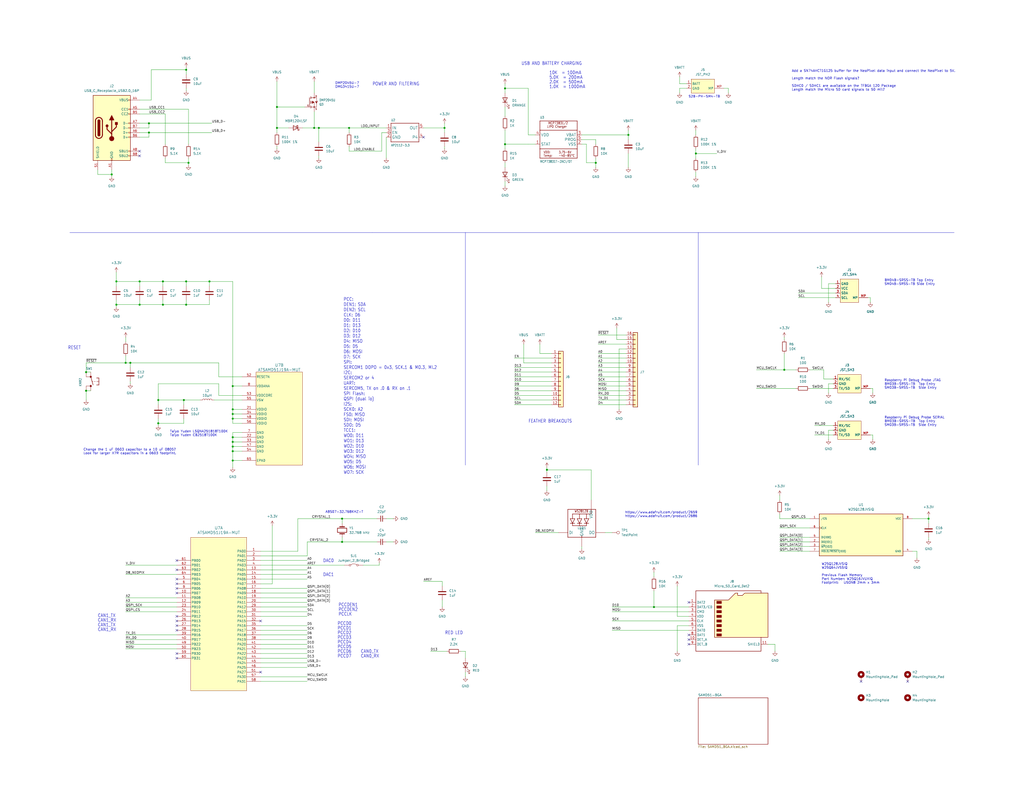
<source format=kicad_sch>
(kicad_sch (version 20250114) (generator "eeschema") (generator_version "9.0")
  (paper "C")
  (text "Raspberry Pi Debug Probe JTAG\nBM03B-SRSS-TB  Top Entry\nSM03B-SRSS-TB  Side Entry" (at 482.6 207.01 0) (effects (font (size 1.27 1.27)) (justify left top)))
  (text "PCC:\nDEN1: SDA\nDEN2: SCL\nCLK: D6\nD0: D11\nD1: D13\nD2: D10\nD3: D12\nD4: MISO\nD5: D5\nD6: MOSI\nD7: SCK\nSPI:\nSERCOM1 DOPO = 0x3, SCK.1 & MO.3, MI.2\nI2C:\nSERCOM2 or 4\nUART:\nSERCOM5, TX on .0 & RX on .1\nSPI Flash:\nQSPI (dual io)\nI2S:\nSCK0: A2\nFS0: MISO\nSDI: MOSI\nSDO: D5\nTCC1:\nWO0: D11\nWO1: D13\nWO2: D10\nWO3: D12\nWO4: MISO\nWO5: D5\nWO6: MOSI\nWO7: SCK" (at 187.452 259.08 0) (effects (font (size 1.778 1.5113)) (justify left bottom)))
  (text "S2B-PH-SM4-TB" (at 375.666 52.07 0) (effects (font (size 1.27 1.27)) (justify left top)))
  (text "CAN0_TX" (at 196.85 356.87 0) (effects (font (size 1.778 1.5113)) (justify left bottom)))
  (text "PCCD2" (at 184.15 346.71 0) (effects (font (size 1.778 1.5113)) (justify left bottom)))
  (text "PCCD6" (at 184.15 356.87 0) (effects (font (size 1.778 1.5113)) (justify left bottom)))
  (text "Taiyo Yuden LSQNA251818T100K\nTaiyo Yuden CB2518T100K" (at 92.71 234.95 0) (effects (font (size 1.27 1.27)) (justify left top)))
  (text "ABS07-32.768KHZ-T" (at 177.546 278.892 0) (effects (font (size 1.27 1.27)) (justify left top)))
  (text "PCCDEN2" (at 184.658 334.01 0) (effects (font (size 1.778 1.5113)) (justify left bottom)))
  (text "PCCD1" (at 184.15 344.17 0) (effects (font (size 1.778 1.5113)) (justify left bottom)))
  (text "PCCLK" (at 184.658 336.55 0) (effects (font (size 1.778 1.5113)) (justify left bottom)))
  (text "W25Q128JVSIQ\nW25Q64JVSSIQ\n\nPrevious Flash Memory\nPart Number: W25Q16JVUXIQ\nFootprint:   USON8 2mm x 3mm\n" (at 448.31 307.34 0) (effects (font (size 1.27 1.27)) (justify left top)))
  (text "1.0K  = 1000mA" (at 299.72 48.514 0) (effects (font (size 1.778 1.5113)) (justify left bottom)))
  (text "USB AND BATTERY CHARGING" (at 284.48 35.814 0) (effects (font (size 1.778 1.5113)) (justify left bottom)))
  (text "CAN1_TX" (at 53.34 337.312 0) (effects (font (size 1.778 1.5113)) (justify left bottom)))
  (text "Raspberry Pi Debug Probe SERIAL\nBM03B-SRSS-TB  Top Entry\nSM03B-SRSS-TB  Side Entry" (at 482.6 227.33 0) (effects (font (size 1.27 1.27)) (justify left top)))
  (text "PCCD7" (at 184.15 359.41 0) (effects (font (size 1.778 1.5113)) (justify left bottom)))
  (text "5.0K  = 200mA" (at 299.72 43.434 0) (effects (font (size 1.778 1.5113)) (justify left bottom)))
  (text "Add a SN74AHCT1G125 buffer for the NeoPixel data input and connect the NeoPixel to 5V.\n\nLength match the NOR Flash signals?\n\nSDHC0 / SDHC1 are available on the TFBGA 120 Package\nLength match the Micro SD card signals to 50 mil?" (at 432.054 38.1 0) (effects (font (size 1.27 1.27)) (justify left top)))
  (text "PCCDEN1" (at 184.658 331.47 0) (effects (font (size 1.778 1.5113)) (justify left bottom)))
  (text "DMP2045U-7\nDMG3415U-7" (at 182.88 44.704 0) (effects (font (size 1.27 1.27)) (justify left top)))
  (text "10K  = 100mA" (at 299.72 40.894 0) (effects (font (size 1.778 1.5113)) (justify left bottom)))
  (text "2.0K  = 500mA" (at 299.72 45.974 0) (effects (font (size 1.778 1.5113)) (justify left bottom)))
  (text "RED LED" (at 242.824 346.71 0) (effects (font (size 1.778 1.5113)) (justify left bottom)))
  (text "PCCD0" (at 184.15 341.63 0) (effects (font (size 1.778 1.5113)) (justify left bottom)))
  (text "CAN1_RX" (at 53.34 339.852 0) (effects (font (size 1.778 1.5113)) (justify left bottom)))
  (text "https://www.adafruit.com/product/2659\nhttps://www.adafruit.com/product/2686" (at 341.122 279.146 0) (effects (font (size 1.27 1.27)) (justify left top)))
  (text "CAN0_RX" (at 196.85 359.41 0) (effects (font (size 1.778 1.5113)) (justify left bottom)))
  (text "FEATHER BREAKOUTS" (at 288.29 231.14 0) (effects (font (size 1.778 1.5113)) (justify left bottom)))
  (text "Change the 1 uF 0603 capacitor to a 10 uF 0805?\nLook for larger X7R capacitors in a 0603 footprint. " (at 45.466 244.856 0) (effects (font (size 1.27 1.27)) (justify left top)))
  (text "DAC1" (at 176.276 314.96 0) (effects (font (size 1.778 1.5113)) (justify left bottom)))
  (text "CAN1_TX" (at 53.34 342.392 0) (effects (font (size 1.778 1.5113)) (justify left bottom)))
  (text "PCCD4" (at 184.15 351.79 0) (effects (font (size 1.778 1.5113)) (justify left bottom)))
  (text "RESET" (at 37.084 191.008 0) (effects (font (size 1.778 1.5113)) (justify left bottom)))
  (text "BM04B-SRSS-TB Top Entry\nSM04B-SRSS-TB Side Entry" (at 482.6 152.4 0) (effects (font (size 1.27 1.27)) (justify left top)))
  (text "CAN1_RX" (at 53.34 344.932 0) (effects (font (size 1.778 1.5113)) (justify left bottom)))
  (text "PCCD3" (at 184.15 349.25 0) (effects (font (size 1.778 1.5113)) (justify left bottom)))
  (text "DAC0" (at 176.276 307.34 0) (effects (font (size 1.778 1.5113)) (justify left bottom)))
  (text "PCCD5" (at 184.15 354.33 0) (effects (font (size 1.778 1.5113)) (justify left bottom)))
  (text "POWER AND FILTERING" (at 203.2 46.99 0) (effects (font (size 1.778 1.5113)) (justify left bottom)))
  (junction (at 186.69 295.91))
  (junction (at 88.9 166.37))
  (junction (at 76.2 166.37))
  (junction (at 171.45 69.85))
  (junction (at 127 210.82))
  (junction (at 101.6 166.37))
  (junction (at 427.99 201.93))
  (junction (at 60.96 95.25))
  (junction (at 173.99 69.85))
  (junction (at 127 246.38))
  (junction (at 275.59 78.74))
  (junction (at 114.3 153.67))
  (junction (at 46.99 213.36))
  (junction (at 101.6 153.67))
  (junction (at 379.73 83.82))
  (junction (at 342.9 73.66))
  (junction (at 101.6 38.1))
  (junction (at 127 223.52))
  (junction (at 81.28 67.31))
  (junction (at 325.12 88.9))
  (junction (at 127 238.76))
  (junction (at 100.33 218.44))
  (junction (at 151.13 58.42))
  (junction (at 127 251.46))
  (junction (at 127 241.3))
  (junction (at 46.99 203.2))
  (junction (at 127 243.84))
  (junction (at 151.13 69.85))
  (junction (at 356.87 331.47))
  (junction (at 242.57 69.85))
  (junction (at 88.9 153.67))
  (junction (at 63.5 153.67))
  (junction (at 190.5 69.85))
  (junction (at 81.28 72.39))
  (junction (at 127 226.06))
  (junction (at 275.59 48.26))
  (junction (at 86.36 218.44))
  (junction (at 186.69 283.21))
  (junction (at 298.45 256.54))
  (junction (at 86.36 231.14))
  (junction (at 506.73 283.21))
  (junction (at 76.2 153.67))
  (junction (at 63.5 166.37))
  (junction (at 71.12 198.12))
  (junction (at 102.87 88.9))
  (junction (at 127 228.6))
  (junction (at 68.58 198.12))
  (no_connect (at 375.92 349.25))
  (no_connect (at 76.2 82.55))
  (no_connect (at 96.52 359.41))
  (no_connect (at 96.52 321.31))
  (no_connect (at 375.92 346.71))
  (no_connect (at 96.52 341.63))
  (no_connect (at 375.92 351.79))
  (no_connect (at 375.92 328.93))
  (no_connect (at 96.52 339.09))
  (no_connect (at 469.9 372.11))
  (no_connect (at 76.2 85.09))
  (no_connect (at 96.52 311.15))
  (no_connect (at 96.52 323.85))
  (no_connect (at 142.24 367.03))
  (no_connect (at 96.52 344.17))
  (no_connect (at 96.52 306.07))
  (no_connect (at 231.14 74.93))
  (no_connect (at 495.3 372.11))
  (no_connect (at 96.52 316.23))
  (no_connect (at 96.52 356.87))
  (no_connect (at 142.24 339.09))
  (no_connect (at 96.52 318.77))
  (no_connect (at 96.52 336.55))
  (wire (pts (xy 100.33 218.44) (xy 100.33 220.98)) (stroke (width 0.1524)))
  (wire (pts (xy 198.12 308.61) (xy 207.01 308.61)))
  (wire (pts (xy 127 226.06) (xy 127 228.6)))
  (wire (pts (xy 241.3 327.66) (xy 241.3 331.47)) (stroke (width 0.1524)))
  (wire (pts (xy 190.5 82.55) (xy 193.04 82.55)))
  (wire (pts (xy 114.3 163.83) (xy 114.3 166.37)))
  (wire (pts (xy 452.12 234.95) (xy 452.12 240.03)))
  (wire (pts (xy 76.2 153.67) (xy 76.2 156.21)))
  (polyline (pts (xy 254 254) (xy 254 127)) (stroke (width 0.1524) (type solid)))
  (wire (pts (xy 88.9 166.37) (xy 88.9 163.83)) (stroke (width 0.1524)))
  (wire (pts (xy 231.14 69.85) (xy 242.57 69.85)) (stroke (width 0.1524)))
  (wire (pts (xy 441.96 201.93) (xy 449.58 201.93)))
  (wire (pts (xy 76.2 163.83) (xy 76.2 166.37)))
  (wire (pts (xy 326.39 213.36) (xy 341.63 213.36)) (stroke (width 0.1524)))
  (wire (pts (xy 162.56 283.21) (xy 186.69 283.21)))
  (wire (pts (xy 341.63 203.2) (xy 326.39 203.2)) (stroke (width 0.1524)))
  (wire (pts (xy 101.6 36.83) (xy 101.6 38.1)))
  (wire (pts (xy 68.58 308.61) (xy 96.52 308.61)) (stroke (width 0.1524)))
  (wire (pts (xy 326.39 218.44) (xy 341.63 218.44)) (stroke (width 0.1524)))
  (wire (pts (xy 441.96 212.09) (xy 454.66 212.09)))
  (wire (pts (xy 397.51 50.8) (xy 397.51 48.26)))
  (wire (pts (xy 190.5 69.85) (xy 210.82 69.85)) (stroke (width 0.1524)))
  (wire (pts (xy 300.99 200.66) (xy 280.67 200.66)) (stroke (width 0.1524)))
  (wire (pts (xy 63.5 153.67) (xy 63.5 148.59)) (stroke (width 0.1524)))
  (wire (pts (xy 336.55 185.42) (xy 341.63 185.42)) (stroke (width 0.1524)))
  (wire (pts (xy 68.58 351.79) (xy 96.52 351.79)) (stroke (width 0.1524)))
  (wire (pts (xy 374.65 45.72) (xy 370.84 45.72)))
  (wire (pts (xy 127 226.06) (xy 132.08 226.06)))
  (wire (pts (xy 506.73 293.37) (xy 506.73 294.64)))
  (wire (pts (xy 427.99 184.15) (xy 427.99 185.42)))
  (wire (pts (xy 119.38 209.55) (xy 86.36 209.55)))
  (wire (pts (xy 142.24 318.77) (xy 148.59 318.77)))
  (wire (pts (xy 242.57 69.85) (xy 242.57 72.39)) (stroke (width 0.1524)))
  (wire (pts (xy 370.84 45.72) (xy 370.84 41.91)))
  (wire (pts (xy 341.63 208.28) (xy 326.39 208.28)) (stroke (width 0.1524)))
  (wire (pts (xy 127 223.52) (xy 127 226.06)))
  (wire (pts (xy 88.9 153.67) (xy 101.6 153.67)) (stroke (width 0.1524)))
  (wire (pts (xy 294.64 187.96) (xy 294.64 193.04)) (stroke (width 0.1524)))
  (wire (pts (xy 425.45 293.37) (xy 441.96 293.37)))
  (wire (pts (xy 294.64 193.04) (xy 300.99 193.04)) (stroke (width 0.1524)))
  (wire (pts (xy 68.58 349.25) (xy 96.52 349.25)) (stroke (width 0.1524)))
  (wire (pts (xy 300.99 198.12) (xy 285.75 198.12)) (stroke (width 0.1524)))
  (wire (pts (xy 342.9 83.82) (xy 342.9 91.44)) (stroke (width 0.1524)))
  (wire (pts (xy 356.87 331.47) (xy 375.92 331.47)))
  (wire (pts (xy 300.99 215.9) (xy 280.67 215.9)) (stroke (width 0.1524)))
  (wire (pts (xy 142.24 336.55) (xy 167.64 336.55)) (stroke (width 0.1524)))
  (wire (pts (xy 86.36 218.44) (xy 100.33 218.44)) (stroke (width 0.1524)))
  (wire (pts (xy 474.98 212.09) (xy 476.25 212.09)))
  (wire (pts (xy 151.13 72.39) (xy 151.13 69.85)) (stroke (width 0.1524)))
  (wire (pts (xy 60.96 92.71) (xy 60.96 95.25)))
  (wire (pts (xy 254 367.03) (xy 254 369.57)) (stroke (width 0.1524)))
  (wire (pts (xy 325.12 88.9) (xy 325.12 91.44)))
  (wire (pts (xy 379.73 83.82) (xy 391.16 83.82)) (stroke (width 0.1524)))
  (wire (pts (xy 242.57 80.01) (xy 242.57 81.28)) (stroke (width 0.1524)))
  (wire (pts (xy 288.29 48.26) (xy 288.29 73.66)) (stroke (width 0.1524)))
  (wire (pts (xy 210.82 295.91) (xy 214.63 295.91)))
  (wire (pts (xy 157.48 69.85) (xy 151.13 69.85)) (stroke (width 0.1524)))
  (wire (pts (xy 419.1 351.79) (xy 422.91 351.79)))
  (wire (pts (xy 425.45 288.29) (xy 441.96 288.29)))
  (wire (pts (xy 208.28 72.39) (xy 210.82 72.39)) (stroke (width 0.1524)))
  (wire (pts (xy 300.99 210.82) (xy 280.67 210.82)) (stroke (width 0.1524)))
  (wire (pts (xy 425.45 283.21) (xy 441.96 283.21)))
  (wire (pts (xy 452.12 154.94) (xy 455.93 154.94)))
  (wire (pts (xy 127 210.82) (xy 127 223.52)))
  (wire (pts (xy 63.5 166.37) (xy 76.2 166.37)) (stroke (width 0.1524)))
  (wire (pts (xy 369.57 320.04) (xy 369.57 336.55)))
  (wire (pts (xy 448.31 157.48) (xy 455.93 157.48)))
  (wire (pts (xy 334.01 344.17) (xy 375.92 344.17)))
  (wire (pts (xy 68.58 331.47) (xy 96.52 331.47)) (stroke (width 0.1524)))
  (wire (pts (xy 342.9 76.2) (xy 342.9 73.66)) (stroke (width 0.1524)))
  (wire (pts (xy 142.24 344.17) (xy 167.64 344.17)) (stroke (width 0.1524)))
  (wire (pts (xy 151.13 58.42) (xy 166.37 58.42)))
  (wire (pts (xy 127 223.52) (xy 132.08 223.52)))
  (wire (pts (xy 369.57 341.63) (xy 375.92 341.63)))
  (wire (pts (xy 142.24 321.31) (xy 167.64 321.31)) (stroke (width 0.1524)))
  (wire (pts (xy 427.99 193.04) (xy 427.99 201.93)) (stroke (width 0.1524)))
  (wire (pts (xy 142.24 303.53) (xy 167.64 303.53)))
  (wire (pts (xy 326.39 205.74) (xy 341.63 205.74)) (stroke (width 0.1524)))
  (wire (pts (xy 474.98 162.56) (xy 474.98 165.1)))
  (wire (pts (xy 425.45 300.99) (xy 441.96 300.99)))
  (wire (pts (xy 60.96 95.25) (xy 60.96 96.52)))
  (wire (pts (xy 497.84 300.99) (xy 500.38 300.99)))
  (wire (pts (xy 300.99 218.44) (xy 280.67 218.44)) (stroke (width 0.1524)))
  (wire (pts (xy 193.04 82.55) (xy 208.28 82.55)) (stroke (width 0.1524)))
  (wire (pts (xy 500.38 300.99) (xy 500.38 304.8)))
  (wire (pts (xy 142.24 300.99) (xy 162.56 300.99)))
  (wire (pts (xy 425.45 298.45) (xy 441.96 298.45)))
  (wire (pts (xy 370.84 48.26) (xy 370.84 50.8)))
  (wire (pts (xy 142.24 313.69) (xy 167.64 313.69)))
  (wire (pts (xy 127 231.14) (xy 132.08 231.14)))
  (wire (pts (xy 304.8 290.83) (xy 292.1 290.83)) (stroke (width 0.1524)))
  (wire (pts (xy 127 236.22) (xy 127 238.76)))
  (wire (pts (xy 326.39 200.66) (xy 341.63 200.66)) (stroke (width 0.1524)))
  (wire (pts (xy 76.2 62.23) (xy 90.17 62.23)))
  (wire (pts (xy 275.59 58.42) (xy 275.59 63.5)))
  (wire (pts (xy 127 228.6) (xy 132.08 228.6)))
  (wire (pts (xy 476.25 237.49) (xy 476.25 240.03)))
  (wire (pts (xy 142.24 311.15) (xy 167.64 311.15)))
  (wire (pts (xy 317.5 298.45) (xy 317.5 299.72)))
  (wire (pts (xy 425.45 270.51) (xy 425.45 273.05)))
  (wire (pts (xy 190.5 69.85) (xy 190.5 72.39)))
  (wire (pts (xy 320.04 78.74) (xy 320.04 88.9)) (stroke (width 0.1524)))
  (wire (pts (xy 82.55 38.1) (xy 82.55 54.61)))
  (wire (pts (xy 326.39 195.58) (xy 341.63 195.58)) (stroke (width 0.1524)))
  (wire (pts (xy 119.38 215.9) (xy 119.38 209.55)))
  (wire (pts (xy 76.2 72.39) (xy 81.28 72.39)))
  (wire (pts (xy 142.24 359.41) (xy 167.64 359.41)) (stroke (width 0.1524)))
  (wire (pts (xy 102.87 88.9) (xy 102.87 90.17)))
  (wire (pts (xy 63.5 153.67) (xy 76.2 153.67)) (stroke (width 0.1524)))
  (wire (pts (xy 325.12 76.2) (xy 325.12 78.74)))
  (wire (pts (xy 412.75 201.93) (xy 427.99 201.93)))
  (wire (pts (xy 102.87 86.36) (xy 102.87 88.9)))
  (wire (pts (xy 320.04 88.9) (xy 325.12 88.9)) (stroke (width 0.1524)))
  (wire (pts (xy 86.36 209.55) (xy 86.36 218.44)) (stroke (width 0.1524)))
  (wire (pts (xy 101.6 153.67) (xy 114.3 153.67)) (stroke (width 0.1524)))
  (wire (pts (xy 68.58 184.15) (xy 68.58 186.69)))
  (wire (pts (xy 142.24 361.95) (xy 167.64 361.95)) (stroke (width 0.1524)))
  (wire (pts (xy 298.45 256.54) (xy 298.45 257.81)))
  (wire (pts (xy 76.2 74.93) (xy 81.28 74.93)))
  (wire (pts (xy 476.25 212.09) (xy 476.25 214.63)))
  (wire (pts (xy 454.66 209.55) (xy 452.12 209.55)))
  (wire (pts (xy 151.13 81.28) (xy 151.13 80.01)) (stroke (width 0.1524)))
  (wire (pts (xy 142.24 351.79) (xy 167.64 351.79)) (stroke (width 0.1524)))
  (wire (pts (xy 165.1 69.85) (xy 171.45 69.85)))
  (wire (pts (xy 190.5 80.01) (xy 190.5 82.55)))
  (wire (pts (xy 142.24 341.63) (xy 167.64 341.63)) (stroke (width 0.1524)))
  (wire (pts (xy 68.58 354.33) (xy 96.52 354.33)) (stroke (width 0.1524)))
  (wire (pts (xy 336.55 179.07) (xy 336.55 185.42)) (stroke (width 0.1524)))
  (wire (pts (xy 317.5 73.66) (xy 342.9 73.66)) (stroke (width 0.1524)))
  (wire (pts (xy 142.24 334.01) (xy 167.64 334.01)) (stroke (width 0.1524)))
  (wire (pts (xy 119.38 198.12) (xy 119.38 205.74)))
  (wire (pts (xy 101.6 166.37) (xy 88.9 166.37)) (stroke (width 0.1524)))
  (wire (pts (xy 127 251.46) (xy 127 255.27)))
  (wire (pts (xy 341.63 190.5) (xy 337.82 190.5)))
  (wire (pts (xy 171.45 69.85) (xy 172.72 69.85)))
  (wire (pts (xy 142.24 323.85) (xy 167.64 323.85)) (stroke (width 0.1524)))
  (wire (pts (xy 334.01 334.01) (xy 375.92 334.01)))
  (wire (pts (xy 506.73 281.94) (xy 506.73 283.21)))
  (wire (pts (xy 275.59 99.06) (xy 275.59 101.6)))
  (wire (pts (xy 334.01 331.47) (xy 356.87 331.47)))
  (wire (pts (xy 142.24 331.47) (xy 167.64 331.47)) (stroke (width 0.1524)))
  (wire (pts (xy 63.5 156.21) (xy 63.5 153.67)) (stroke (width 0.1524)))
  (wire (pts (xy 127 241.3) (xy 132.08 241.3)))
  (wire (pts (xy 86.36 228.6) (xy 86.36 231.14)))
  (wire (pts (xy 322.58 256.54) (xy 322.58 273.05)))
  (polyline (pts (xy 381 254) (xy 381 127)) (stroke (width 0.1524) (type solid)))
  (wire (pts (xy 142.24 308.61) (xy 187.96 308.61)))
  (wire (pts (xy 63.5 167.64) (xy 63.5 166.37)) (stroke (width 0.1524)))
  (wire (pts (xy 142.24 356.87) (xy 167.64 356.87)) (stroke (width 0.1524)))
  (wire (pts (xy 100.33 228.6) (xy 100.33 231.14)))
  (wire (pts (xy 172.72 69.85) (xy 173.99 69.85)) (stroke (width 0.1524)))
  (wire (pts (xy 254 355.6) (xy 254 359.41)) (stroke (width 0.1524)))
  (wire (pts (xy 127 238.76) (xy 132.08 238.76)))
  (wire (pts (xy 68.58 194.31) (xy 68.58 198.12)))
  (wire (pts (xy 280.67 213.36) (xy 300.99 213.36)) (stroke (width 0.1524)))
  (wire (pts (xy 342.9 71.12) (xy 342.9 73.66)) (stroke (width 0.1524)))
  (wire (pts (xy 369.57 336.55) (xy 375.92 336.55)))
  (wire (pts (xy 334.01 339.09) (xy 375.92 339.09)))
  (wire (pts (xy 142.24 346.71) (xy 167.64 346.71)) (stroke (width 0.1524)))
  (wire (pts (xy 151.13 58.42) (xy 151.13 69.85)) (stroke (width 0.1524)))
  (wire (pts (xy 288.29 73.66) (xy 292.1 73.66)) (stroke (width 0.1524)))
  (wire (pts (xy 68.58 334.01) (xy 96.52 334.01)) (stroke (width 0.1524)))
  (wire (pts (xy 449.58 207.01) (xy 454.66 207.01)))
  (wire (pts (xy 280.67 195.58) (xy 300.99 195.58)) (stroke (width 0.1524)))
  (wire (pts (xy 68.58 313.69) (xy 96.52 313.69)) (stroke (width 0.1524)))
  (wire (pts (xy 497.84 283.21) (xy 506.73 283.21)))
  (wire (pts (xy 280.67 203.2) (xy 300.99 203.2)) (stroke (width 0.1524)))
  (wire (pts (xy 275.59 88.9) (xy 275.59 91.44)))
  (wire (pts (xy 167.64 295.91) (xy 186.69 295.91)))
  (polyline (pts (xy 38.1 127) (xy 203.2 127)) (stroke (width 0.1524) (type solid)))
  (wire (pts (xy 49.53 213.36) (xy 46.99 213.36)) (stroke (width 0.1524)))
  (wire (pts (xy 76.2 54.61) (xy 82.55 54.61)))
  (wire (pts (xy 127 238.76) (xy 127 241.3)))
  (polyline (pts (xy 381 127) (xy 254 127)) (stroke (width 0.1524) (type solid)))
  (wire (pts (xy 449.58 201.93) (xy 449.58 207.01)))
  (wire (pts (xy 275.59 48.26) (xy 275.59 50.8)) (stroke (width 0.1524)))
  (wire (pts (xy 127 243.84) (xy 132.08 243.84)))
  (wire (pts (xy 288.29 78.74) (xy 292.1 78.74)) (stroke (width 0.1524)))
  (wire (pts (xy 285.75 187.96) (xy 285.75 198.12)))
  (wire (pts (xy 444.5 232.41) (xy 454.66 232.41)))
  (wire (pts (xy 412.75 212.09) (xy 434.34 212.09)))
  (wire (pts (xy 127 228.6) (xy 127 231.14)))
  (wire (pts (xy 71.12 198.12) (xy 71.12 200.66)))
  (wire (pts (xy 142.24 364.49) (xy 167.64 364.49)) (stroke (width 0.1524)))
  (wire (pts (xy 173.99 69.85) (xy 173.99 77.47)) (stroke (width 0.1524)))
  (wire (pts (xy 132.08 236.22) (xy 127 236.22)))
  (wire (pts (xy 275.59 45.72) (xy 275.59 48.26)) (stroke (width 0.1524)))
  (wire (pts (xy 171.45 60.96) (xy 171.45 69.85)) (stroke (width 0.1524)))
  (wire (pts (xy 208.28 82.55) (xy 208.28 72.39)) (stroke (width 0.1524)))
  (wire (pts (xy 452.12 209.55) (xy 452.12 214.63)))
  (wire (pts (xy 326.39 187.96) (xy 341.63 187.96)))
  (wire (pts (xy 88.9 156.21) (xy 88.9 153.67)) (stroke (width 0.1524)))
  (wire (pts (xy 474.98 237.49) (xy 476.25 237.49)))
  (wire (pts (xy 102.87 59.69) (xy 102.87 78.74)))
  (wire (pts (xy 71.12 208.28) (xy 71.12 209.55)))
  (wire (pts (xy 53.34 92.71) (xy 53.34 95.25)))
  (wire (pts (xy 127 243.84) (xy 127 246.38)))
  (wire (pts (xy 275.59 78.74) (xy 275.59 81.28)))
  (wire (pts (xy 71.12 198.12) (xy 119.38 198.12)) (stroke (width 0.1524)))
  (wire (pts (xy 100.33 231.14) (xy 86.36 231.14)))
  (wire (pts (xy 280.67 220.98) (xy 300.99 220.98)) (stroke (width 0.1524)))
  (wire (pts (xy 151.13 44.45) (xy 151.13 58.42)) (stroke (width 0.1524)))
  (wire (pts (xy 231.14 317.5) (xy 241.3 317.5)) (stroke (width 0.1524)))
  (wire (pts (xy 81.28 69.85) (xy 81.28 67.31)))
  (wire (pts (xy 173.99 85.09) (xy 173.99 86.36)) (stroke (width 0.1524)))
  (wire (pts (xy 397.51 48.26) (xy 394.97 48.26)))
  (wire (pts (xy 171.45 44.45) (xy 171.45 50.8)) (stroke (width 0.1524)))
  (wire (pts (xy 356.87 322.58) (xy 356.87 331.47)))
  (wire (pts (xy 127 210.82) (xy 132.08 210.82)))
  (wire (pts (xy 379.73 96.52) (xy 379.73 93.98)) (stroke (width 0.1524)))
  (wire (pts (xy 46.99 198.12) (xy 46.99 203.2)) (stroke (width 0.1524)))
  (wire (pts (xy 142.24 369.57) (xy 167.64 369.57)))
  (wire (pts (xy 251.46 355.6) (xy 254 355.6)))
  (wire (pts (xy 101.6 48.26) (xy 101.6 49.53)))
  (wire (pts (xy 68.58 328.93) (xy 96.52 328.93)) (stroke (width 0.1524)))
  (wire (pts (xy 280.67 208.28) (xy 300.99 208.28)) (stroke (width 0.1524)))
  (wire (pts (xy 341.63 215.9) (xy 326.39 215.9)) (stroke (width 0.1524)))
  (wire (pts (xy 173.99 69.85) (xy 190.5 69.85)) (stroke (width 0.1524)))
  (wire (pts (xy 455.93 162.56) (xy 435.61 162.56)) (stroke (width 0.1524)))
  (wire (pts (xy 76.2 67.31) (xy 81.28 67.31)))
  (wire (pts (xy 132.08 205.74) (xy 119.38 205.74)))
  (wire (pts (xy 341.63 198.12) (xy 326.39 198.12)) (stroke (width 0.1524)))
  (wire (pts (xy 76.2 69.85) (xy 81.28 69.85)))
  (wire (pts (xy 422.91 351.79) (xy 422.91 355.6)))
  (wire (pts (xy 427.99 201.93) (xy 434.34 201.93)))
  (wire (pts (xy 68.58 198.12) (xy 71.12 198.12)))
  (wire (pts (xy 127 246.38) (xy 132.08 246.38)))
  (wire (pts (xy 275.59 48.26) (xy 288.29 48.26)) (stroke (width 0.1524)))
  (wire (pts (xy 435.61 160.02) (xy 455.93 160.02)) (stroke (width 0.1524)))
  (wire (pts (xy 101.6 163.83) (xy 101.6 166.37)) (stroke (width 0.1524)))
  (wire (pts (xy 167.64 303.53) (xy 167.64 295.91)))
  (wire (pts (xy 337.82 190.5) (xy 337.82 223.52)))
  (wire (pts (xy 114.3 166.37) (xy 101.6 166.37)))
  (wire (pts (xy 186.69 283.21) (xy 205.74 283.21)))
  (wire (pts (xy 142.24 306.07) (xy 167.64 306.07)))
  (wire (pts (xy 300.99 205.74) (xy 280.67 205.74)) (stroke (width 0.1524)))
  (wire (pts (xy 325.12 86.36) (xy 325.12 88.9)) (stroke (width 0.1524)))
  (wire (pts (xy 46.99 218.44) (xy 46.99 213.36)) (stroke (width 0.1524)))
  (wire (pts (xy 63.5 166.37) (xy 63.5 163.83)) (stroke (width 0.1524)))
  (wire (pts (xy 81.28 67.31) (xy 115.57 67.31)))
  (wire (pts (xy 444.5 237.49) (xy 454.66 237.49)))
  (wire (pts (xy 473.71 162.56) (xy 474.98 162.56)))
  (wire (pts (xy 53.34 95.25) (xy 60.96 95.25)))
  (wire (pts (xy 162.56 300.99) (xy 162.56 283.21)))
  (wire (pts (xy 101.6 40.64) (xy 101.6 38.1)))
  (wire (pts (xy 326.39 182.88) (xy 341.63 182.88)) (stroke (width 0.1524)))
  (wire (pts (xy 46.99 203.2) (xy 49.53 203.2)) (stroke (width 0.1524)))
  (wire (pts (xy 46.99 198.12) (xy 68.58 198.12)) (stroke (width 0.1524)))
  (wire (pts (xy 341.63 210.82) (xy 326.39 210.82)) (stroke (width 0.1524)))
  (wire (pts (xy 356.87 312.42) (xy 356.87 314.96)))
  (wire (pts (xy 298.45 265.43) (xy 298.45 267.97)))
  (wire (pts (xy 127 251.46) (xy 132.08 251.46)))
  (wire (pts (xy 142.24 326.39) (xy 167.64 326.39)) (stroke (width 0.1524)))
  (wire (pts (xy 142.24 372.11) (xy 167.64 372.11)))
  (wire (pts (xy 330.2 290.83) (xy 334.01 290.83)))
  (wire (pts (xy 114.3 153.67) (xy 127 153.67)))
  (wire (pts (xy 341.63 193.04) (xy 326.39 193.04)) (stroke (width 0.1524)))
  (wire (pts (xy 425.45 295.91) (xy 441.96 295.91)))
  (wire (pts (xy 452.12 165.1) (xy 452.12 154.94)))
  (wire (pts (xy 207.01 308.61) (xy 207.01 307.34)))
  (wire (pts (xy 86.36 218.44) (xy 86.36 220.98)) (stroke (width 0.1524)))
  (wire (pts (xy 142.24 354.33) (xy 167.64 354.33)) (stroke (width 0.1524)))
  (wire (pts (xy 298.45 256.54) (xy 322.58 256.54)))
  (wire (pts (xy 90.17 88.9) (xy 102.87 88.9)))
  (wire (pts (xy 76.2 59.69) (xy 102.87 59.69)))
  (wire (pts (xy 506.73 285.75) (xy 506.73 283.21)))
  (wire (pts (xy 326.39 220.98) (xy 341.63 220.98)) (stroke (width 0.1524)))
  (polyline (pts (xy 520.7 127) (xy 381 127)) (stroke (width 0.1524) (type solid)))
  (wire (pts (xy 186.69 293.37) (xy 186.69 295.91)))
  (wire (pts (xy 369.57 341.63) (xy 369.57 355.6)))
  (wire (pts (xy 275.59 71.12) (xy 275.59 78.74)))
  (wire (pts (xy 90.17 62.23) (xy 90.17 78.74)))
  (wire (pts (xy 186.69 283.21) (xy 186.69 285.75)))
  (wire (pts (xy 298.45 255.27) (xy 298.45 256.54)))
  (wire (pts (xy 86.36 231.14) (xy 86.36 232.41)))
  (wire (pts (xy 90.17 86.36) (xy 90.17 88.9)))
  (wire (pts (xy 142.24 328.93) (xy 167.64 328.93)) (stroke (width 0.1524)))
  (wire (pts (xy 379.73 81.28) (xy 379.73 83.82)))
  (wire (pts (xy 100.33 218.44) (xy 109.22 218.44)))
  (wire (pts (xy 81.28 74.93) (xy 81.28 72.39)))
  (wire (pts (xy 68.58 346.71) (xy 96.52 346.71)) (stroke (width 0.1524)))
  (wire (pts (xy 234.95 355.6) (xy 243.84 355.6)))
  (wire (pts (xy 241.3 317.5) (xy 241.3 320.04)) (stroke (width 0.1524)))
  (wire (pts (xy 317.5 78.74) (xy 320.04 78.74)) (stroke (width 0.1524)))
  (wire (pts (xy 101.6 38.1) (xy 82.55 38.1)))
  (wire (pts (xy 379.73 83.82) (xy 379.73 86.36)) (stroke (width 0.1524)))
  (wire (pts (xy 425.45 280.67) (xy 425.45 283.21)))
  (wire (pts (xy 317.5 76.2) (xy 325.12 76.2)) (stroke (width 0.1524)))
  (wire (pts (xy 379.73 71.12) (xy 379.73 73.66)) (stroke (width 0.1524)))
  (wire (pts (xy 81.28 72.39) (xy 115.57 72.39)))
  (wire (pts (xy 454.66 234.95) (xy 452.12 234.95)))
  (wire (pts (xy 127 246.38) (xy 127 251.46)))
  (wire (pts (xy 186.69 295.91) (xy 205.74 295.91)))
  (wire (pts (xy 116.84 218.44) (xy 132.08 218.44)))
  (wire (pts (xy 142.24 316.23) (xy 167.64 316.23)))
  (wire (pts (xy 242.57 67.31) (xy 242.57 69.85)))
  (wire (pts (xy 275.59 78.74) (xy 288.29 78.74)))
  (wire (pts (xy 132.08 215.9) (xy 119.38 215.9)))
  (polyline (pts (xy 254 127) (xy 203.2 127)) (stroke (width 0.1524) (type solid)))
  (wire (pts (xy 210.82 74.93) (xy 210.82 86.36)) (stroke (width 0.1524)))
  (wire (pts (xy 127 153.67) (xy 127 210.82)))
  (wire (pts (xy 148.59 287.02) (xy 148.59 318.77)))
  (wire (pts (xy 142.24 349.25) (xy 167.64 349.25)) (stroke (width 0.1524)))
  (wire (pts (xy 68.58 326.39) (xy 96.52 326.39)) (stroke (width 0.1524)))
  (wire (pts (xy 114.3 153.67) (xy 114.3 156.21)) (stroke (width 0.1524)))
  (wire (pts (xy 76.2 153.67) (xy 88.9 153.67)) (stroke (width 0.1524)))
  (wire (pts (xy 448.31 151.13) (xy 448.31 157.48)))
  (wire (pts (xy 101.6 153.67) (xy 101.6 156.21)) (stroke (width 0.1524)))
  (wire (pts (xy 210.82 283.21) (xy 214.63 283.21)))
  (wire (pts (xy 76.2 166.37) (xy 88.9 166.37)) (stroke (width 0.1524)))
  (wire (pts (xy 127 241.3) (xy 127 243.84)))
  (wire (pts (xy 374.65 48.26) (xy 370.84 48.26)))
  (label "~{RESET}" (at 46.99 198.12 0) (effects (font (size 1.2446 1.2446))))
  (label "QSPI_DATA[1]" (at 425.45 295.91 0) (effects (font (size 1.2446 1.2446))))
  (label "USB_D+" (at 167.64 364.49 0) (effects (font (size 1.2446 1.2446))))
  (label "SCK" (at 334.01 339.09 0) (effects (font (size 1.2446 1.2446))))
  (label "D12" (at 167.64 356.87 0) (effects (font (size 1.2446 1.2446))))
  (label "D11" (at 167.64 354.33 0) (effects (font (size 1.2446 1.2446))))
  (label "V_DIV" (at 391.16 83.82 0) (effects (font (size 1.2446 1.2446))))
  (label "D4" (at 167.64 336.55 0) (effects (font (size 1.2446 1.2446))))
  (label "EN" (at 280.67 195.58 0) (effects (font (size 1.2446 1.2446))))
  (label "MCU_SWDIO" (at 167.64 372.11 0) (effects (font (size 1.2446 1.2446))))
  (label "A3" (at 326.39 200.66 0) (effects (font (size 1.2446 1.2446))))
  (label "SCK" (at 167.64 344.17 0) (effects (font (size 1.2446 1.2446))))
  (label "MOSI" (at 334.01 334.01 0) (effects (font (size 1.2446 1.2446))))
  (label "TX_D1" (at 326.39 218.44 0) (effects (font (size 1.2446 1.2446))))
  (label "D12" (at 280.67 203.2 0) (effects (font (size 1.2446 1.2446))))
  (label "MISO" (at 68.58 351.79 0) (effects (font (size 1.2446 1.2446))))
  (label "MCU_SWCLK" (at 167.64 369.57 0) (effects (font (size 1.2446 1.2446))))
  (label "SCL" (at 280.67 218.44 0) (effects (font (size 1.2446 1.2446))))
  (label "A3" (at 68.58 328.93 0) (effects (font (size 1.2446 1.2446))))
  (label "TX_D1" (at 444.5 237.49 0) (effects (font (size 1.2446 1.2446))))
  (label "SCL" (at 435.61 162.56 0) (effects (font (size 1.2446 1.2446))))
  (label "TX_D1" (at 68.58 346.71 0) (effects (font (size 1.2446 1.2446))))
  (label "A0" (at 167.64 306.07 0) (effects (font (size 1.2446 1.2446))))
  (label "D13" (at 280.67 200.66 0) (effects (font (size 1.2446 1.2446))))
  (label "A0" (at 326.39 193.04 0) (effects (font (size 1.2446 1.2446))))
  (label "USB_CC2" (at 81.28 62.23 0))
  (label "QSPI_SCK" (at 68.58 331.47 0) (effects (font (size 1.2446 1.2446))))
  (label "LDO_ENABLE" (at 193.04 82.55 0) (effects (font (size 1.2446 1.2446))))
  (label "D8_NEOPIX" (at 68.58 313.69 0) (effects (font (size 1.2446 1.2446))))
  (label "A1" (at 326.39 195.58 0) (effects (font (size 1.2446 1.2446))))
  (label "MISO" (at 334.01 344.17 0) (effects (font (size 1.2446 1.2446))))
  (label "SDA" (at 167.64 331.47 0) (effects (font (size 1.2446 1.2446))))
  (label "AREF" (at 167.64 308.61 0) (effects (font (size 1.2446 1.2446))))
  (label "AREF" (at 326.39 187.96 0) (effects (font (size 1.2446 1.2446))))
  (label "RX_D0" (at 326.39 215.9 0) (effects (font (size 1.2446 1.2446))))
  (label "MCU_SWCLK" (at 412.75 201.93 0) (effects (font (size 1.2446 1.2446))))
  (label "LDO_INPUT" (at 196.85 69.85 0))
  (label "A4" (at 167.64 311.15 0) (effects (font (size 1.2446 1.2446))))
  (label "QSPI_DATA[0]" (at 167.64 321.31 0) (effects (font (size 1.2446 1.2446))))
  (label "MOSI" (at 68.58 354.33 0) (effects (font (size 1.2446 1.2446))))
  (label "A5" (at 167.64 316.23 0) (effects (font (size 1.2446 1.2446))))
  (label "USB_CC1" (at 81.28 59.69 0))
  (label "D4" (at 326.39 220.98 0) (effects (font (size 1.2446 1.2446))))
  (label "QSPI_DATA[0]" (at 425.45 293.37 0) (effects (font (size 1.2446 1.2446))))
  (label "A2" (at 326.39 198.12 0) (effects (font (size 1.2446 1.2446))))
  (label "QSPI_CS" (at 68.58 334.01 0) (effects (font (size 1.2446 1.2446))))
  (label "QSPI_DATA[1]" (at 167.64 323.85 0) (effects (font (size 1.2446 1.2446))))
  (label "QSPI_CS" (at 431.8 283.21 0) (effects (font (size 1.2446 1.2446))))
  (label "USB_D-" (at 167.64 361.95 0) (effects (font (size 1.2446 1.2446))))
  (label "QSPI_DATA[2]" (at 425.45 298.45 0) (effects (font (size 1.2446 1.2446))))
  (label "A5" (at 326.39 205.74 0) (effects (font (size 1.2446 1.2446))))
  (label "D9" (at 167.64 349.25 0) (effects (font (size 1.2446 1.2446))))
  (label "D8_NEOPIX" (at 292.1 290.83 0) (effects (font (size 1.2446 1.2446))))
  (label "D10" (at 334.01 331.47 0) (effects (font (size 1.2446 1.2446))))
  (label "D11" (at 280.67 205.74 0) (effects (font (size 1.2446 1.2446))))
  (label "MOSI" (at 326.39 210.82 0) (effects (font (size 1.2446 1.2446))))
  (label "QSPI_SCK" (at 425.45 288.29 0) (effects (font (size 1.2446 1.2446))))
  (label "USB_D-" (at 115.57 67.31 0) (effects (font (size 1.2446 1.2446))))
  (label "A4" (at 326.39 203.2 0) (effects (font (size 1.2446 1.2446))))
  (label "AREF" (at 231.14 317.5 0) (effects (font (size 1.2446 1.2446))))
  (label "CRYSTAL_2" (at 168.91 295.91 0))
  (label "D5" (at 167.64 341.63 0) (effects (font (size 1.2446 1.2446))))
  (label "A2" (at 68.58 326.39 0) (effects (font (size 1.2446 1.2446))))
  (label "QSPI_DATA[3]" (at 425.45 300.99 0) (effects (font (size 1.2446 1.2446))))
  (label "D5" (at 280.67 215.9 0) (effects (font (size 1.2446 1.2446))))
  (label "A1" (at 167.64 313.69 0) (effects (font (size 1.2446 1.2446))))
  (label "D10" (at 167.64 351.79 0) (effects (font (size 1.2446 1.2446))))
  (label "D6" (at 280.67 213.36 0) (effects (font (size 1.2446 1.2446))))
  (label "USB_D+" (at 115.57 72.39 0) (effects (font (size 1.2446 1.2446))))
  (label "~{RESET}" (at 326.39 182.88 0) (effects (font (size 1.2446 1.2446))))
  (label "D13" (at 234.95 355.6 0) (effects (font (size 1.2446 1.2446))))
  (label "V_DIV" (at 68.58 308.61 0) (effects (font (size 1.2446 1.2446))))
  (label "SWCLK" (at 443.23 201.93 0) (effects (font (size 1.2446 1.2446))))
  (label "D13" (at 167.64 359.41 0) (effects (font (size 1.2446 1.2446))))
  (label "D6" (at 167.64 346.71 0) (effects (font (size 1.2446 1.2446))))
  (label "QSPI_DATA[3]" (at 167.64 328.93 0) (effects (font (size 1.2446 1.2446))))
  (label "SDA" (at 435.61 160.02 0) (effects (font (size 1.2446 1.2446))))
  (label "SDA" (at 280.67 220.98 0) (effects (font (size 1.2446 1.2446))))
  (label "SCK" (at 326.39 208.28 0) (effects (font (size 1.2446 1.2446))))
  (label "MISO" (at 326.39 213.36 0) (effects (font (size 1.2446 1.2446))))
  (label "SWDIO" (at 443.23 212.09 0) (effects (font (size 1.2446 1.2446))))
  (label "D10" (at 280.67 208.28 0) (effects (font (size 1.2446 1.2446))))
  (label "RX_D0" (at 68.58 349.25 0) (effects (font (size 1.2446 1.2446))))
  (label "MCU_SWDIO" (at 412.75 212.09 0) (effects (font (size 1.2446 1.2446))))
  (label "D9" (at 280.67 210.82 0) (effects (font (size 1.2446 1.2446))))
  (label "CRYSTAL_1" (at 170.18 283.21 0))
  (label "RX_D0" (at 444.5 232.41 0) (effects (font (size 1.2446 1.2446))))
  (label "SCL" (at 167.64 334.01 0) (effects (font (size 1.2446 1.2446))))
  (label "QSPI_DATA[2]" (at 167.64 326.39 0) (effects (font (size 1.2446 1.2446))))
  (symbol (lib_id "power:VBUS") (at 151.13 44.45 0) (unit 1)
    (property "Reference" "#PWR035" (effects (hide yes)))
    (property "Value" "VBUS" (at 151.13 39.37 0))
    (property "Description" "Power symbol creates a global label with name \"VBUS\"" (effects (hide yes)))
  )
  (symbol (lib_id "Device:C") (at 506.73 289.56 0) (unit 1)
    (property "Reference" "C16" (at 510.54 288.2899 0) (effects (justify left)))
    (property "Value" "1uF" (at 510.54 290.8299 0) (effects (justify left)))
    (property "Footprint" "Capacitor_SMD:C_0603_1608Metric_Pad1.08x0.95mm_HandSolder" (effects (hide yes)))
    (property "Description" "Unpolarized capacitor" (effects (hide yes)))
  )
  (symbol (lib_id "TI_MSPM0:VBATT") (at 171.45 44.45 0) (unit 1)
    (property "Reference" "#PWR048" (effects (hide yes)))
    (property "Value" "VBATT" (at 171.45 39.37 0))
    (property "Description" "Power symbol creates a global label with name \"VBATT\"" (effects (hide yes)))
  )
  (symbol (lib_id "Device:C") (at 63.5 160.02 0) (unit 1)
    (property "Reference" "C5" (at 67.31 158.7499 0) (effects (justify left)))
    (property "Value" "10uF" (at 67.31 161.2899 0) (effects (justify left)))
    (property "Footprint" "Capacitor_SMD:C_0805_2012Metric_Pad1.18x1.45mm_HandSolder" (effects (hide yes)))
    (property "Description" "Unpolarized capacitor" (effects (hide yes)))
  )
  (symbol (lib_id "2025-09-06_23-45-11:ATSAMD51J19A-MUT") (at 119.38 335.28 0) (unit 1)
    (property "Reference" "U7" (at 119.38 288.29 0) (effects (font (size 1.524 1.524))))
    (property "Value" "ATSAMD51J19A-MUT" (at 119.38 290.83 0) (effects (font (size 1.524 1.524))))
    (property "Footprint" "Adafruit Feather M4 Express:PQFN64-1_Modified" (effects (hide yes)))
    (property "Datasheet" "ATSAMD51J19A-MUT" (effects (hide yes)))
  )
  (symbol (lib_id "Connector:USB_C_Receptacle_USB2.0_16P") (at 60.96 69.85 0) (unit 1)
    (property "Reference" "J2" (at 60.96 46.99 0))
    (property "Value" "USB_C_Receptacle_USB2.0_16P" (at 60.96 49.53 0))
    (property "Footprint" "Connector_USB:USB_C_Receptacle_GCT_USB4105-xx-A_16P_TopMnt_Horizontal" (effects (hide yes)))
    (property "Datasheet" "https://www.usb.org/sites/default/files/documents/usb_type-c.zip" (effects (hide yes)))
    (property "Description" "USB 2.0-only 16P Type-C Receptacle connector" (effects (hide yes)))
  )
  (symbol (lib_id "power:GND") (at 342.9 91.44 0) (unit 1)
    (property "Reference" "#PWR07" (effects (hide yes)))
    (property "Value" "GND" (at 342.9 96.52 0))
    (property "Description" "Power symbol creates a global label with name \"GND\" , ground" (effects (hide yes)))
  )
  (symbol (lib_id "Device:C_Small") (at 208.28 283.21 90) (unit 1)
    (property "Reference" "C2" (at 208.2863 276.86 90))
    (property "Value" "22pF" (at 208.2863 279.4 90))
    (property "Footprint" "Capacitor_SMD:C_0603_1608Metric_Pad1.08x0.95mm_HandSolder" (effects (hide yes)))
    (property "Description" "Unpolarized capacitor, small symbol" (effects (hide yes)))
  )
  (symbol (lib_id "Device:R") (at 275.59 67.31 0) (unit 1)
    (property "Reference" "R2" (at 278.13 66.0399 0) (effects (justify left)))
    (property "Value" "1K" (at 278.13 68.5799 0) (effects (justify left)))
    (property "Footprint" "Resistor_SMD:R_0603_1608Metric_Pad0.98x0.95mm_HandSolder" (effects (hide yes)))
    (property "Description" "Resistor" (effects (hide yes)))
  )
  (symbol (lib_id "TI_MSPM0:Raspberry_Pi_Debug_Probe") (at 457.2 229.87 0) (unit 1)
    (property "Reference" "J4" (at 462.28 224.79 0))
    (property "Value" "JST_SH3" (at 462.28 227.33 0))
    (property "Footprint" "Connector_JST:JST_SH_BM03B-SRSS-TB_1x03-1MP_P1.00mm_Vertical" (effects (hide yes)))
    (property "Description" "Raspberry Pi Debug Probe" (effects (hide yes)))
  )
  (symbol (lib_id "power:+3.3V") (at 369.57 320.04 0) (unit 1)
    (property "Reference" "#PWR09" (effects (hide yes)))
    (property "Value" "+3.3V" (at 369.57 314.96 0))
    (property "Description" "Power symbol creates a global label with name \"+3.3V\"" (effects (hide yes)))
  )
  (symbol (lib_id "power:+3.3V") (at 425.45 270.51 0) (unit 1)
    (property "Reference" "#PWR056" (effects (hide yes)))
    (property "Value" "+3.3V" (at 425.45 265.43 0))
    (property "Description" "Power symbol creates a global label with name \"+3.3V\"" (effects (hide yes)))
  )
  (symbol (lib_id "power:GND") (at 452.12 214.63 0) (unit 1)
    (property "Reference" "#PWR044" (effects (hide yes)))
    (property "Value" "GND" (at 452.12 219.71 0))
    (property "Description" "Power symbol creates a global label with name \"GND\" , ground" (effects (hide yes)))
  )
  (symbol (lib_id "Device:LED") (at 275.59 95.25 90) (unit 1)
    (property "Reference" "D3" (at 279.4 95.5674 90) (effects (justify right)))
    (property "Value" "GREEN" (at 279.4 98.1074 90) (effects (justify right)))
    (property "Footprint" "Diode_SMD:D_0603_1608Metric_Pad1.05x0.95mm_HandSolder" (effects (hide yes)))
    (property "Description" "Light emitting diode" (effects (hide yes)))
    (property "Sim.Pins" "1=K 2=A" (effects (hide yes)))
  )
  (symbol (lib_id "Device:C") (at 342.9 80.01 0) (unit 1)
    (property "Reference" "C3" (at 346.71 78.7399 0) (effects (justify left)))
    (property "Value" "10uF" (at 346.71 81.2799 0) (effects (justify left)))
    (property "Footprint" "Capacitor_SMD:C_0805_2012Metric_Pad1.18x1.45mm_HandSolder" (effects (hide yes)))
    (property "Description" "Unpolarized capacitor" (effects (hide yes)))
  )
  (symbol (lib_id "Mechanical:MountingHole") (at 495.3 381 0) (unit 1) (exclude_from_sim yes) (in_bom no)
    (property "Reference" "H4" (at 497.84 379.7299 0) (effects (justify left)))
    (property "Value" "MountingHole" (at 497.84 382.2699 0) (effects (justify left)))
    (property "Footprint" "Adafruit Feather M4 Express:UNPLATED_HOLE_100MIL" (effects (hide yes)))
    (property "Description" "Mounting Hole without connection" (effects (hide yes)))
  )
  (symbol (lib_id "Connector_Generic:Conn_01x16") (at 346.71 203.2 0) (mirror x) (unit 1)
    (property "Reference" "J7" (at 349.25 203.2001 0) (effects (justify left)))
    (property "Value" "Conn_01x16" (effects (hide yes)))
    (property "Footprint" "Adafruit Feather M4 Express:1X16_ROUND" (effects (hide yes)))
    (property "Description" "Generic connector, single row, 01x16, script generated (kicad-library-utils/schlib/autogen/connector/)" (effects (hide yes)))
  )
  (symbol (lib_id "power:GND") (at 241.3 331.47 0) (unit 1)
    (property "Reference" "#PWR019" (effects (hide yes)))
    (property "Value" "GND" (at 241.3 336.55 0))
    (property "Description" "Power symbol creates a global label with name \"GND\" , ground" (effects (hide yes)))
  )
  (symbol (lib_id "Device:Crystal") (at 186.69 289.56 90) (unit 1)
    (property "Reference" "Y1" (at 190.5 288.2899 90) (effects (justify right)))
    (property "Value" "32.768 kHz" (at 190.5 290.8299 90) (effects (justify right)))
    (property "Footprint" "Adafruit Feather M4 Express:XTAL3215" (effects (hide yes)))
    (property "Description" "Two pin crystal" (effects (hide yes)))
  )
  (symbol (lib_id "Device:R") (at 151.13 76.2 0) (unit 1)
    (property "Reference" "R11" (at 153.67 74.9299 0) (effects (justify left)))
    (property "Value" "100K 1%" (at 153.67 77.4699 0) (effects (justify left)))
    (property "Footprint" "Resistor_SMD:R_0603_1608Metric_Pad0.98x0.95mm_HandSolder" (effects (hide yes)))
    (property "Description" "Resistor" (effects (hide yes)))
  )
  (symbol (lib_id "power:GND") (at 476.25 240.03 0) (unit 1)
    (property "Reference" "#PWR043" (effects (hide yes)))
    (property "Value" "GND" (at 476.25 245.11 0))
    (property "Description" "Power symbol creates a global label with name \"GND\" , ground" (effects (hide yes)))
  )
  (symbol (lib_id "Device:C") (at 173.99 81.28 0) (unit 1)
    (property "Reference" "C6" (at 177.8 80.0099 0) (effects (justify left)))
    (property "Value" "10uF" (at 177.8 82.5499 0) (effects (justify left)))
    (property "Footprint" "Capacitor_SMD:C_0805_2012Metric_Pad1.18x1.45mm_HandSolder" (effects (hide yes)))
    (property "Description" "Unpolarized capacitor" (effects (hide yes)))
  )
  (symbol (lib_id "power:+3.3V") (at 242.57 67.31 0) (unit 1)
    (property "Reference" "#PWR029" (effects (hide yes)))
    (property "Value" "+3.3V" (at 242.57 62.23 0))
    (property "Description" "Power symbol creates a global label with name \"+3.3V\"" (effects (hide yes)))
  )
  (symbol (lib_id "Device:C") (at 88.9 160.02 0) (unit 1)
    (property "Reference" "C7" (at 92.71 158.7499 0) (effects (justify left)))
    (property "Value" "1uF" (at 92.71 161.2899 0) (effects (justify left)))
    (property "Footprint" "Capacitor_SMD:C_0603_1608Metric_Pad1.08x0.95mm_HandSolder" (effects (hide yes)))
    (property "Description" "Unpolarized capacitor" (effects (hide yes)))
  )
  (symbol (lib_id "Adafruit Feather M4 Express-eagle-import:MCP73831/2") (at 304.8 76.2 0) (unit 1)
    (property "Reference" "U3" (at 294.64 64.77 0) (effects (font (size 1.27 1.0795)) (justify left bottom)))
    (property "Value" "MCP73831T-2ACI/OT" (at 294.64 88.9 0) (effects (font (size 1.27 1.0795)) (justify left bottom)))
    (property "Footprint" "Adafruit Feather M4 Express:SOT23-5" (effects (hide yes)))
  )
  (symbol (lib_id "Device:R") (at 438.15 201.93 90) (unit 1)
    (property "Reference" "R1" (at 438.15 195.58 90))
    (property "Value" "100" (at 438.15 198.12 90))
    (property "Footprint" "Resistor_SMD:R_0603_1608Metric_Pad0.98x0.95mm_HandSolder" (effects (hide yes)))
    (property "Description" "Resistor" (effects (hide yes)))
  )
  (symbol (lib_id "Jumper:Jumper_2_Bridged") (at 193.04 308.61 0) (unit 1) (exclude_from_sim yes)
    (property "Reference" "SJ1" (at 193.04 303.53 0))
    (property "Value" "Jumper_2_Bridged" (at 193.04 306.07 0))
    (property "Footprint" "Jumper:SolderJumper-2_P1.3mm_Bridged_Pad1.0x1.5mm" (effects (hide yes)))
    (property "Description" "Jumper, 2-pole, closed/bridged" (effects (hide yes)))
  )
  (symbol (lib_id "Device:LED") (at 275.59 54.61 90) (unit 1)
    (property "Reference" "D1" (at 279.4 54.9274 90) (effects (justify right)))
    (property "Value" "ORANGE" (at 279.4 57.4674 90) (effects (justify right)))
    (property "Footprint" "Diode_SMD:D_0603_1608Metric_Pad1.05x0.95mm_HandSolder" (effects (hide yes)))
    (property "Description" "Light emitting diode" (effects (hide yes)))
    (property "Sim.Pins" "1=K 2=A" (effects (hide yes)))
  )
  (symbol (lib_id "Device:R") (at 379.73 90.17 0) (unit 1)
    (property "Reference" "R13" (at 382.27 88.8999 0) (effects (justify left)))
    (property "Value" "100K 1%" (at 382.27 91.4399 0) (effects (justify left)))
    (property "Footprint" "Resistor_SMD:R_0603_1608Metric_Pad0.98x0.95mm_HandSolder" (effects (hide yes)))
    (property "Description" "Resistor" (effects (hide yes)))
  )
  (symbol (lib_id "Device:C") (at 76.2 160.02 0) (unit 1)
    (property "Reference" "C1" (at 80.01 158.7499 0) (effects (justify left)))
    (property "Value" "1uF" (at 80.01 161.2899 0) (effects (justify left)))
    (property "Footprint" "Capacitor_SMD:C_0603_1608Metric_Pad1.08x0.95mm_HandSolder" (effects (hide yes)))
    (property "Description" "Unpolarized capacitor" (effects (hide yes)))
  )
  (symbol (lib_id "power:GND") (at 325.12 91.44 0) (unit 1)
    (property "Reference" "#PWR06" (effects (hide yes)))
    (property "Value" "GND" (at 325.12 96.52 0))
    (property "Description" "Power symbol creates a global label with name \"GND\" , ground" (effects (hide yes)))
  )
  (symbol (lib_id "power:GND") (at 275.59 101.6 0) (unit 1)
    (property "Reference" "#PWR053" (effects (hide yes)))
    (property "Value" "GND" (at 275.59 106.68 0))
    (property "Description" "Power symbol creates a global label with name \"GND\" , ground" (effects (hide yes)))
  )
  (symbol (lib_id "Device:R") (at 68.58 190.5 0) (unit 1)
    (property "Reference" "R4" (at 71.12 189.2299 0) (effects (justify left)))
    (property "Value" "10K" (at 71.12 191.7699 0) (effects (justify left)))
    (property "Footprint" "Resistor_SMD:R_0603_1608Metric_Pad0.98x0.95mm_HandSolder" (effects (hide yes)))
    (property "Description" "Resistor" (effects (hide yes)))
  )
  (symbol (lib_id "power:GND") (at 397.51 50.8 0) (unit 1)
    (property "Reference" "#PWR047" (effects (hide yes)))
    (property "Value" "GND" (at 397.51 55.88 0))
    (property "Description" "Power symbol creates a global label with name \"GND\" , ground" (effects (hide yes)))
  )
  (symbol (lib_id "Device:C") (at 101.6 160.02 0) (unit 1)
    (property "Reference" "C10" (at 105.41 158.7499 0) (effects (justify left)))
    (property "Value" "1uF" (at 105.41 161.2899 0) (effects (justify left)))
    (property "Footprint" "Capacitor_SMD:C_0603_1608Metric_Pad1.08x0.95mm_HandSolder" (effects (hide yes)))
    (property "Description" "Unpolarized capacitor" (effects (hide yes)))
  )
  (symbol (lib_id "Adafruit Feather M4 Express-eagle-import:MOSFET-P") (at 171.45 55.88 0) (mirror x) (unit 1)
    (property "Reference" "Q3" (at 174.244 56.261 0) (effects (font (size 1.27 1.0795)) (justify left bottom)))
    (property "Value" "DMP2045U" (at 174.244 53.975 0) (effects (font (size 1.27 1.0795)) (justify left bottom)))
    (property "Footprint" "Adafruit Feather M4 Express:SOT23-R" (effects (hide yes)))
    (property "Description" "P-Channel Mosfet\n\nLEGEND\n\nVDS: Voltage Drain-Source ID: Drain Current RDS(ON): Drain-Source On-State Resistance VGS(TH): Gate-Source Threshold Voltage CISS: Drain-Source Input Capacitance\n\nSOT-23   Name VDS ID RDS(ON) VGS(TH) CISS Order Number    IRLML5103 30V 760mA 600 mOhm -- 75pF @ 25V Digikey: IRLML5103PBFCT-ND    IRLML6401 12V 4.3A 50 mOhm 950mV @ 250µA 830pF @ 10V Digikey: IRLML6401PBFTR-ND    NTR0202PL 20V 400mA 800 mOhm 2.3V @ 250uA 70pF @ 5V Digikey: NTR0202PLT1GOSTR-ND    NTR4101PT1G 20V 1.8A 85 mOhm 1.2V @ 250uA 675pF @ 10V Digikey: NTR4101PT1GOSCT-ND    DMP2004K 20V 600mA 900 mOhm 1V @ 250uA 175pF @ 16V Digikey: DMP2004KDICT-ND    PMV65XP 20V 3.9A 76 mOhm 950mV @ 1mA 725pF @ 20V Digikey: 568-2358-2-ND                       TO-252   Name VDS ID RDS(ON) VGS(TH) CISS Order Number    AOD417 30V 25A 34 mOhm 3V @ 250µA 920pF @ 15V Digikey: 785-1106-2-ND     PowerPak   Name VDS ID RDS(ON) VGS(TH) CISS Order Number     AON7401 30V 12A 14 mOhm 3V @ 250µA 2600pF @ 15V Digikey: 785-1302-1-ND" (effects (hide yes)))
  )
  (symbol (lib_id "Device:R") (at 247.65 355.6 90) (unit 1)
    (property "Reference" "R7" (at 247.65 349.25 90))
    (property "Value" "2.2K" (at 247.65 351.79 90))
    (property "Footprint" "Resistor_SMD:R_0603_1608Metric_Pad0.98x0.95mm_HandSolder" (effects (hide yes)))
    (property "Description" "Resistor" (effects (hide yes)))
  )
  (symbol (lib_id "TI_MSPM0:VBATT") (at 370.84 41.91 0) (unit 1)
    (property "Reference" "#PWR018" (effects (hide yes)))
    (property "Value" "VBATT" (at 370.84 36.83 0))
    (property "Description" "Power symbol creates a global label with name \"VBATT\"" (effects (hide yes)))
  )
  (symbol (lib_id "power:+3.3V") (at 298.45 255.27 0) (unit 1)
    (property "Reference" "#PWR023" (effects (hide yes)))
    (property "Value" "+3.3V" (at 298.45 250.19 0))
    (property "Description" "Power symbol creates a global label with name \"+3.3V\"" (effects (hide yes)))
  )
  (symbol (lib_id "Device:R") (at 379.73 77.47 0) (unit 1)
    (property "Reference" "R12" (at 382.27 76.1999 0) (effects (justify left)))
    (property "Value" "100K 1%" (at 382.27 78.7399 0) (effects (justify left)))
    (property "Footprint" "Resistor_SMD:R_0603_1608Metric_Pad0.98x0.95mm_HandSolder" (effects (hide yes)))
    (property "Description" "Resistor" (effects (hide yes)))
  )
  (symbol (lib_id "power:GND") (at 127 255.27 0) (unit 1)
    (property "Reference" "#PWR025" (effects (hide yes)))
    (property "Value" "GND" (at 127 260.35 0))
    (property "Description" "Power symbol creates a global label with name \"GND\" , ground" (effects (hide yes)))
  )
  (symbol (lib_id "Device:R") (at 325.12 82.55 0) (unit 1)
    (property "Reference" "R8" (at 327.66 81.2799 0) (effects (justify left)))
    (property "Value" "10K" (at 327.66 83.8199 0) (effects (justify left)))
    (property "Footprint" "Resistor_SMD:R_0603_1608Metric_Pad0.98x0.95mm_HandSolder" (effects (hide yes)))
    (property "Description" "Resistor" (effects (hide yes)))
  )
  (symbol (lib_id "power:GND") (at 86.36 232.41 0) (unit 1)
    (property "Reference" "#PWR012" (effects (hide yes)))
    (property "Value" "GND" (at 86.36 237.49 0))
    (property "Description" "Power symbol creates a global label with name \"GND\" , ground" (effects (hide yes)))
  )
  (symbol (lib_id "power:+3.3V") (at 207.01 307.34 0) (unit 1)
    (property "Reference" "#PWR033" (effects (hide yes)))
    (property "Value" "+3.3V" (at 207.01 302.26 0))
    (property "Description" "Power symbol creates a global label with name \"+3.3V\"" (effects (hide yes)))
  )
  (symbol (lib_id "Device:R") (at 90.17 82.55 0) (unit 1)
    (property "Reference" "R9" (at 92.71 81.2799 0) (effects (justify left)))
    (property "Value" "5.1K" (at 92.71 83.8199 0) (effects (justify left)))
    (property "Footprint" "Resistor_SMD:R_0603_1608Metric_Pad0.98x0.95mm_HandSolder" (effects (hide yes)))
    (property "Description" "Resistor" (effects (hide yes)))
  )
  (symbol (lib_id "Mechanical:MountingHole_Pad") (at 495.3 369.57 0) (unit 1) (exclude_from_sim yes) (in_bom no)
    (property "Reference" "H2" (at 497.84 367.0299 0) (effects (justify left)))
    (property "Value" "MountingHole_Pad" (at 497.84 369.5699 0) (effects (justify left)))
    (property "Footprint" "Weather_Feather:MOUNTINGHOLE_2.5_PLATED" (effects (hide yes)))
    (property "Description" "Mounting Hole with connection" (effects (hide yes)))
  )
  (symbol (lib_id "power:+3.3V") (at 63.5 148.59 0) (unit 1)
    (property "Reference" "#PWR030" (effects (hide yes)))
    (property "Value" "+3.3V" (at 63.5 143.51 0))
    (property "Description" "Power symbol creates a global label with name \"+3.3V\"" (effects (hide yes)))
  )
  (symbol (lib_id "power:VBUS") (at 285.75 187.96 0) (unit 1)
    (property "Reference" "#PWR038" (effects (hide yes)))
    (property "Value" "VBUS" (at 285.75 182.88 0))
    (property "Description" "Power symbol creates a global label with name \"VBUS\"" (effects (hide yes)))
  )
  (symbol (lib_id "power:GND") (at 242.57 81.28 0) (unit 1)
    (property "Reference" "#PWR016" (effects (hide yes)))
    (property "Value" "GND" (at 242.57 86.36 0))
    (property "Description" "Power symbol creates a global label with name \"GND\" , ground" (effects (hide yes)))
  )
  (symbol (lib_id "Device:C") (at 241.3 323.85 0) (unit 1)
    (property "Reference" "C14" (at 245.11 322.5799 0) (effects (justify left)))
    (property "Value" "1uF" (at 245.11 325.1199 0) (effects (justify left)))
    (property "Footprint" "Capacitor_SMD:C_0603_1608Metric_Pad1.08x0.95mm_HandSolder" (effects (hide yes)))
    (property "Description" "Unpolarized capacitor" (effects (hide yes)))
  )
  (symbol (lib_name "Raspberry_Pi_Debug_Probe_1") (lib_id "TI_MSPM0:Raspberry_Pi_Debug_Probe") (at 457.2 204.47 0) (unit 1)
    (property "Reference" "J3" (at 462.28 199.39 0))
    (property "Value" "JST_SH3" (at 462.28 201.93 0))
    (property "Footprint" "Connector_JST:JST_SH_BM03B-SRSS-TB_1x03-1MP_P1.00mm_Vertical" (effects (hide yes)))
    (property "Description" "Raspberry Pi Debug Probe" (effects (hide yes)))
  )
  (symbol (lib_id "power:GND") (at 254 369.57 0) (unit 1)
    (property "Reference" "#PWR02" (effects (hide yes)))
    (property "Value" "GND" (at 254 374.65 0))
    (property "Description" "Power symbol creates a global label with name \"GND\" , ground" (effects (hide yes)))
  )
  (symbol (lib_id "Device:R") (at 102.87 82.55 0) (unit 1)
    (property "Reference" "R14" (at 105.41 81.2799 0) (effects (justify left)))
    (property "Value" "5.1K" (at 105.41 83.8199 0) (effects (justify left)))
    (property "Footprint" "Resistor_SMD:R_0603_1608Metric_Pad0.98x0.95mm_HandSolder" (effects (hide yes)))
    (property "Description" "Resistor" (effects (hide yes)))
  )
  (symbol (lib_id "power:GND") (at 369.57 355.6 0) (unit 1)
    (property "Reference" "#PWR021" (effects (hide yes)))
    (property "Value" "GND" (at 369.57 360.68 0))
    (property "Description" "Power symbol creates a global label with name \"GND\" , ground" (effects (hide yes)))
  )
  (symbol (lib_id "Device:C") (at 71.12 204.47 180) (unit 1)
    (property "Reference" "C12" (at 74.93 203.1999 0) (effects (justify right)))
    (property "Value" "1uF" (at 74.93 205.7399 0) (effects (justify right)))
    (property "Footprint" "Capacitor_SMD:C_0603_1608Metric_Pad1.08x0.95mm_HandSolder" (effects (hide yes)))
    (property "Description" "Unpolarized capacitor" (effects (hide yes)))
  )
  (symbol (lib_id "Device:C_Small") (at 208.28 295.91 90) (unit 1)
    (property "Reference" "C4" (at 208.2863 289.56 90))
    (property "Value" "22pF" (at 208.2863 292.1 90))
    (property "Footprint" "Capacitor_SMD:C_0603_1608Metric_Pad1.08x0.95mm_HandSolder" (effects (hide yes)))
    (property "Description" "Unpolarized capacitor, small symbol" (effects (hide yes)))
  )
  (symbol (lib_id "Device:L") (at 113.03 218.44 90) (unit 1)
    (property "Reference" "L2" (at 113.03 213.36 90))
    (property "Value" "10µH" (at 113.03 215.9 90))
    (property "Footprint" "Adafruit Feather M4 Express:INDUCTOR_1007" (effects (hide yes)))
    (property "Description" "Inductor" (effects (hide yes)))
  )
  (symbol (lib_id "Adafruit Feather M4 Express-eagle-import:VREG_SOT23-5") (at 220.98 72.39 0) (unit 1)
    (property "Reference" "U2" (at 213.36 66.294 0) (effects (font (size 1.27 1.0795)) (justify left bottom)))
    (property "Value" "AP2112-3.3" (at 213.36 80.01 0) (effects (font (size 1.27 1.0795)) (justify left bottom)))
    (property "Footprint" "Adafruit Feather M4 Express:SOT23-5" (effects (hide yes)))
  )
  (symbol (lib_id "power:+3.3V") (at 448.31 151.13 0) (unit 1)
    (property "Reference" "#PWR037" (effects (hide yes)))
    (property "Value" "+3.3V" (at 448.31 146.05 0))
    (property "Description" "Power symbol creates a global label with name \"+3.3V\"" (effects (hide yes)))
  )
  (symbol (lib_id "Connector:Micro_SD_Card_Det2") (at 398.78 339.09 0) (unit 1)
    (property "Reference" "J8" (at 399.415 317.5 0))
    (property "Value" "Micro_SD_Card_Det2" (at 399.415 320.04 0))
    (property "Footprint" "Connector_Card:microSD_HC_Molex_104031-0811" (effects (hide yes)))
    (property "Datasheet" "https://www.hirose.com/en/product/document?clcode=&productname=&series=DM3&documenttype=Catalog&lang=en&documentid=D49662_en" (effects (hide yes)))
    (property "Description" "Micro SD Card Socket with two card detection pins" (effects (hide yes)))
  )
  (symbol (lib_id "power:GND") (at 151.13 81.28 0) (unit 1)
    (property "Reference" "#PWR013" (effects (hide yes)))
    (property "Value" "GND" (at 151.13 86.36 0))
    (property "Description" "Power symbol creates a global label with name \"GND\" , ground" (effects (hide yes)))
  )
  (symbol (lib_id "TI_MSPM0:Adafruit_Battery") (at 377.19 43.18 0) (unit 1)
    (property "Reference" "J5" (at 383.54 38.1 0))
    (property "Value" "JST_PH2" (at 383.54 40.64 0))
    (property "Footprint" "Connector_JST:JST_PH_S2B-PH-SM4-TB_1x02-1MP_P2.00mm_Horizontal" (effects (hide yes)))
    (property "Description" "Adafruit Battery Connector" (effects (hide yes)))
  )
  (symbol (lib_id "Adafruit Feather M4 Express-eagle-import:SWITCH_TACT_SMT4.6X2.8") (at 49.53 208.28 270) (unit 1)
    (property "Reference" "SW1" (at 46.99 201.93 90) (effects (font (size 1.27 1.0795)) (justify left bottom)))
    (property "Value" "KMR2" (at 43.18 206.375 0) (effects (font (size 1.27 1.0795)) (justify left bottom)))
    (property "Footprint" "Adafruit Feather M4 Express:BTN_KMR2_4.6X2.8" (effects (hide yes)))
  )
  (symbol (lib_id "TI_MSPM0:VBATT") (at 342.9 71.12 0) (unit 1)
    (property "Reference" "#PWR050" (effects (hide yes)))
    (property "Value" "VBATT" (at 342.9 66.04 0))
    (property "Description" "Power symbol creates a global label with name \"VBATT\"" (effects (hide yes)))
  )
  (symbol (lib_id "power:GND") (at 71.12 209.55 0) (unit 1)
    (property "Reference" "#PWR011" (effects (hide yes)))
    (property "Value" "GND" (at 71.12 214.63 0))
    (property "Description" "Power symbol creates a global label with name \"GND\" , ground" (effects (hide yes)))
  )
  (symbol (lib_id "Device:R") (at 425.45 276.86 180) (unit 1)
    (property "Reference" "R5" (at 427.99 275.5899 0) (effects (justify right)))
    (property "Value" "10K" (at 427.99 278.1299 0) (effects (justify right)))
    (property "Footprint" "Resistor_SMD:R_0603_1608Metric_Pad0.98x0.95mm_HandSolder" (effects (hide yes)))
    (property "Description" "Resistor" (effects (hide yes)))
  )
  (symbol (lib_id "power:VBUS") (at 275.59 45.72 0) (unit 1)
    (property "Reference" "#PWR036" (effects (hide yes)))
    (property "Value" "VBUS" (at 275.59 40.64 0))
    (property "Description" "Power symbol creates a global label with name \"VBUS\"" (effects (hide yes)))
  )
  (symbol (lib_id "Device:C") (at 242.57 76.2 0) (unit 1)
    (property "Reference" "C8" (at 246.38 74.9299 0) (effects (justify left)))
    (property "Value" "10uF" (at 246.38 77.4699 0) (effects (justify left)))
    (property "Footprint" "Capacitor_SMD:C_0805_2012Metric_Pad1.18x1.45mm_HandSolder" (effects (hide yes)))
    (property "Description" "Unpolarized capacitor" (effects (hide yes)))
  )
  (symbol (lib_id "power:GND") (at 379.73 96.52 0) (unit 1)
    (property "Reference" "#PWR08" (effects (hide yes)))
    (property "Value" "GND" (at 379.73 101.6 0))
    (property "Description" "Power symbol creates a global label with name \"GND\" , ground" (effects (hide yes)))
  )
  (symbol (lib_id "Device:C") (at 100.33 224.79 0) (unit 1)
    (property "Reference" "C13" (at 104.14 223.5199 0) (effects (justify left)))
    (property "Value" "10uF" (at 104.14 226.0599 0) (effects (justify left)))
    (property "Footprint" "Capacitor_SMD:C_0805_2012Metric_Pad1.18x1.45mm_HandSolder" (effects (hide yes)))
    (property "Description" "Unpolarized capacitor" (effects (hide yes)))
  )
  (symbol (lib_id "Device:C") (at 298.45 261.62 0) (unit 1)
    (property "Reference" "C17" (at 302.26 260.3499 0) (effects (justify left)))
    (property "Value" "1uF" (at 302.26 262.8899 0) (effects (justify left)))
    (property "Footprint" "Capacitor_SMD:C_0603_1608Metric_Pad1.08x0.95mm_HandSolder" (effects (hide yes)))
    (property "Description" "Unpolarized capacitor" (effects (hide yes)))
  )
  (symbol (lib_id "Mechanical:MountingHole") (at 469.9 381 0) (unit 1) (exclude_from_sim yes) (in_bom no)
    (property "Reference" "H3" (at 472.44 379.7299 0) (effects (justify left)))
    (property "Value" "MountingHole" (at 472.44 382.2699 0) (effects (justify left)))
    (property "Footprint" "Adafruit Feather M4 Express:UNPLATED_HOLE_100MIL" (effects (hide yes)))
    (property "Description" "Mounting Hole without connection" (effects (hide yes)))
  )
  (symbol (lib_id "power:GND") (at 422.91 355.6 0) (unit 1)
    (property "Reference" "#PWR054" (effects (hide yes)))
    (property "Value" "GND" (at 422.91 360.68 0))
    (property "Description" "Power symbol creates a global label with name \"GND\" , ground" (effects (hide yes)))
  )
  (symbol (lib_id "power:GND") (at 298.45 267.97 0) (unit 1)
    (property "Reference" "#PWR01" (effects (hide yes)))
    (property "Value" "GND" (at 298.45 273.05 0))
    (property "Description" "Power symbol creates a global label with name \"GND\" , ground" (effects (hide yes)))
  )
  (symbol (lib_id "power:+3.3V") (at 506.73 281.94 0) (unit 1)
    (property "Reference" "#PWR052" (effects (hide yes)))
    (property "Value" "+3.3V" (at 506.73 276.86 0))
    (property "Description" "Power symbol creates a global label with name \"+3.3V\"" (effects (hide yes)))
  )
  (symbol (lib_id "power:GND") (at 337.82 223.52 0) (unit 1)
    (property "Reference" "#PWR04" (effects (hide yes)))
    (property "Value" "GND" (at 337.82 228.6 0))
    (property "Description" "Power symbol creates a global label with name \"GND\" , ground" (effects (hide yes)))
  )
  (symbol (lib_id "TI_MSPM0:VBATT") (at 379.73 71.12 0) (unit 1)
    (property "Reference" "#PWR051" (effects (hide yes)))
    (property "Value" "VBATT" (at 379.73 66.04 0))
    (property "Description" "Power symbol creates a global label with name \"VBATT\"" (effects (hide yes)))
  )
  (symbol (lib_id "power:GND") (at 210.82 86.36 0) (unit 1)
    (property "Reference" "#PWR015" (effects (hide yes)))
    (property "Value" "GND" (at 210.82 91.44 0))
    (property "Description" "Power symbol creates a global label with name \"GND\" , ground" (effects (hide yes)))
  )
  (symbol (lib_id "Mechanical:MountingHole_Pad") (at 469.9 369.57 0) (unit 1) (exclude_from_sim yes) (in_bom no)
    (property "Reference" "H1" (at 472.44 367.0299 0) (effects (justify left)))
    (property "Value" "MountingHole_Pad" (at 472.44 369.5699 0) (effects (justify left)))
    (property "Footprint" "Weather_Feather:MOUNTINGHOLE_2.5_PLATED" (effects (hide yes)))
    (property "Description" "Mounting Hole with connection" (effects (hide yes)))
  )
  (symbol (lib_id "Device:R") (at 427.99 189.23 180) (unit 1)
    (property "Reference" "R6" (at 430.53 187.9599 0) (effects (justify right)))
    (property "Value" "10K" (at 430.53 190.4999 0) (effects (justify right)))
    (property "Footprint" "Resistor_SMD:R_0603_1608Metric_Pad0.98x0.95mm_HandSolder" (effects (hide yes)))
    (property "Description" "Resistor" (effects (hide yes)))
  )
  (symbol (lib_id "Connector:TestPoint") (at 334.01 290.83 270) (unit 1)
    (property "Reference" "TP1" (at 339.09 289.5599 90) (effects (justify left)))
    (property "Value" "TestPoint" (at 339.09 292.0999 90) (effects (justify left)))
    (property "Footprint" "TestPoint:TestPoint_Pad_D1.0mm" (effects (hide yes)))
    (property "Description" "test point" (effects (hide yes)))
  )
  (symbol (lib_id "power:GND") (at 452.12 165.1 0) (unit 1)
    (property "Reference" "#PWR034" (effects (hide yes)))
    (property "Value" "GND" (at 452.12 170.18 0))
    (property "Description" "Power symbol creates a global label with name \"GND\" , ground" (effects (hide yes)))
  )
  (symbol (lib_id "power:GND") (at 63.5 167.64 0) (unit 1)
    (property "Reference" "#PWR020" (effects (hide yes)))
    (property "Value" "GND" (at 63.5 172.72 0))
    (property "Description" "Power symbol creates a global label with name \"GND\" , ground" (effects (hide yes)))
  )
  (symbol (lib_id "2025-09-06_23-45-11:ATSAMD51J19A-MUT") (at 152.4 228.6 0) (unit 2)
    (property "Reference" "U7" (at 152.4 199.39 0) (effects (font (size 1.524 1.524))))
    (property "Value" "ATSAMD51J19A-MUT" (at 152.4 201.93 0) (effects (font (size 1.524 1.524))))
    (property "Footprint" "Adafruit Feather M4 Express:PQFN64-1_Modified" (effects (hide yes)))
    (property "Datasheet" "ATSAMD51J19A-MUT" (effects (hide yes)))
  )
  (symbol (lib_id "power:GND") (at 214.63 295.91 90) (unit 1)
    (property "Reference" "#PWR028" (effects (hide yes)))
    (property "Value" "GND" (at 218.44 295.9099 90) (effects (justify right)))
    (property "Description" "Power symbol creates a global label with name \"GND\" , ground" (effects (hide yes)))
  )
  (symbol (lib_id "Device:C") (at 114.3 160.02 0) (unit 1)
    (property "Reference" "C11" (at 118.11 158.7499 0) (effects (justify left)))
    (property "Value" "1uF" (at 118.11 161.2899 0) (effects (justify left)))
    (property "Footprint" "Capacitor_SMD:C_0603_1608Metric_Pad1.08x0.95mm_HandSolder" (effects (hide yes)))
    (property "Description" "Unpolarized capacitor" (effects (hide yes)))
  )
  (symbol (lib_id "power:GND") (at 476.25 214.63 0) (unit 1)
    (property "Reference" "#PWR042" (effects (hide yes)))
    (property "Value" "GND" (at 476.25 219.71 0))
    (property "Description" "Power symbol creates a global label with name \"GND\" , ground" (effects (hide yes)))
  )
  (symbol (lib_id "power:GND") (at 452.12 240.03 0) (unit 1)
    (property "Reference" "#PWR045" (effects (hide yes)))
    (property "Value" "GND" (at 452.12 245.11 0))
    (property "Description" "Power symbol creates a global label with name \"GND\" , ground" (effects (hide yes)))
  )
  (symbol (lib_id "power:+3.3V") (at 356.87 312.42 0) (unit 1)
    (property "Reference" "#PWR057" (effects (hide yes)))
    (property "Value" "+3.3V" (at 356.87 307.34 0))
    (property "Description" "Power symbol creates a global label with name \"+3.3V\"" (effects (hide yes)))
  )
  (symbol (lib_id "power:GND") (at 317.5 299.72 0) (unit 1)
    (property "Reference" "#PWR03" (effects (hide yes)))
    (property "Value" "GND" (at 317.5 304.8 0))
    (property "Description" "Power symbol creates a global label with name \"GND\" , ground" (effects (hide yes)))
  )
  (symbol (lib_id "Adafruit Feather M4 Express-eagle-import:WS2812B3535") (at 317.5 288.29 0) (unit 1)
    (property "Reference" "LED1" (at 317.5 288.29 0))
    (property "Value" "WS2812B3535" (effects (hide yes)))
    (property "Footprint" "Adafruit Feather M4 Express:LED3535" (effects (hide yes)))
  )
  (symbol (lib_id "Device:R") (at 275.59 85.09 0) (unit 1)
    (property "Reference" "R15" (at 278.13 83.8199 0) (effects (justify left)))
    (property "Value" "1K" (at 278.13 86.3599 0) (effects (justify left)))
    (property "Footprint" "Resistor_SMD:R_0603_1608Metric_Pad0.98x0.95mm_HandSolder" (effects (hide yes)))
    (property "Description" "Resistor" (effects (hide yes)))
  )
  (symbol (lib_id "TI_MSPM0:VBATT") (at 294.64 187.96 0) (unit 1)
    (property "Reference" "#PWR049" (effects (hide yes)))
    (property "Value" "VBATT" (at 294.64 182.88 0))
    (property "Description" "Power symbol creates a global label with name \"VBATT\"" (effects (hide yes)))
  )
  (symbol (lib_id "Device:LED") (at 254 363.22 90) (unit 1)
    (property "Reference" "D2" (at 257.81 363.5374 90) (effects (justify right)))
    (property "Value" "RED" (at 257.81 366.0774 90) (effects (justify right)))
    (property "Footprint" "LED_SMD:LED_0603_1608Metric_Pad1.05x0.95mm_HandSolder" (effects (hide yes)))
    (property "Description" "Light emitting diode" (effects (hide yes)))
    (property "Sim.Pins" "1=K 2=A" (effects (hide yes)))
  )
  (symbol (lib_id "power:+3.3V") (at 336.55 179.07 0) (unit 1)
    (property "Reference" "#PWR024" (effects (hide yes)))
    (property "Value" "+3.3V" (at 336.55 173.99 0))
    (property "Description" "Power symbol creates a global label with name \"+3.3V\"" (effects (hide yes)))
  )
  (symbol (lib_id "power:GND") (at 173.99 86.36 0) (unit 1)
    (property "Reference" "#PWR014" (effects (hide yes)))
    (property "Value" "GND" (at 173.99 91.44 0))
    (property "Description" "Power symbol creates a global label with name \"GND\" , ground" (effects (hide yes)))
  )
  (symbol (lib_id "Connector_Generic:Conn_01x12") (at 306.07 205.74 0) (unit 1)
    (property "Reference" "J6" (at 308.61 205.7399 0) (effects (justify left)))
    (property "Value" "Conn_01x12" (effects (hide yes)))
    (property "Footprint" "Adafruit Feather M4 Express:1X12_ROUND" (effects (hide yes)))
    (property "Description" "Generic connector, single row, 01x12, script generated (kicad-library-utils/schlib/autogen/connector/)" (effects (hide yes)))
  )
  (symbol (lib_id "power:GND") (at 474.98 165.1 0) (unit 1)
    (property "Reference" "#PWR041" (effects (hide yes)))
    (property "Value" "GND" (at 474.98 170.18 0))
    (property "Description" "Power symbol creates a global label with name \"GND\" , ground" (effects (hide yes)))
  )
  (symbol (lib_id "TI_MSPM0:QWIIC") (at 458.47 152.4 0) (unit 1)
    (property "Reference" "J1" (at 463.55 147.32 0))
    (property "Value" "JST_SH4" (at 463.55 149.86 0))
    (property "Footprint" "Connector_JST:JST_SH_SM04B-SRSS-TB_1x04-1MP_P1.00mm_Horizontal" (effects (hide yes)))
    (property "Description" "STEMMA QT / QWIIC Connector" (effects (hide yes)))
  )
  (symbol (lib_id "power:GND") (at 214.63 283.21 90) (unit 1)
    (property "Reference" "#PWR027" (effects (hide yes)))
    (property "Value" "GND" (at 218.44 283.2099 90) (effects (justify right)))
    (property "Description" "Power symbol creates a global label with name \"GND\" , ground" (effects (hide yes)))
  )
  (symbol (lib_id "power:GND") (at 370.84 50.8 0) (unit 1)
    (property "Reference" "#PWR046" (effects (hide yes)))
    (property "Value" "GND" (at 370.84 55.88 0))
    (property "Description" "Power symbol creates a global label with name \"GND\" , ground" (effects (hide yes)))
  )
  (symbol (lib_id "power:GND") (at 101.6 49.53 0) (unit 1)
    (property "Reference" "#PWR026" (effects (hide yes)))
    (property "Value" "GND" (at 101.6 54.61 0))
    (property "Description" "Power symbol creates a global label with name \"GND\" , ground" (effects (hide yes)))
  )
  (symbol (lib_id "power:+3.3V") (at 427.99 184.15 0) (unit 1)
    (property "Reference" "#PWR031" (effects (hide yes)))
    (property "Value" "+3.3V" (at 427.99 179.07 0))
    (property "Description" "Power symbol creates a global label with name \"+3.3V\"" (effects (hide yes)))
  )
  (symbol (lib_id "power:GND") (at 46.99 218.44 0) (unit 1)
    (property "Reference" "#PWR05" (effects (hide yes)))
    (property "Value" "GND" (at 46.99 223.52 0))
    (property "Description" "Power symbol creates a global label with name \"GND\" , ground" (effects (hide yes)))
  )
  (symbol (lib_id "power:VBUS") (at 101.6 36.83 0) (unit 1)
    (property "Reference" "#PWR039" (effects (hide yes)))
    (property "Value" "VBUS" (at 101.6 31.75 0))
    (property "Description" "Power symbol creates a global label with name \"VBUS\"" (effects (hide yes)))
  )
  (symbol (lib_id "Device:R") (at 356.87 318.77 180) (unit 1)
    (property "Reference" "R16" (at 359.41 317.4999 0) (effects (justify right)))
    (property "Value" "10K" (at 359.41 320.0399 0) (effects (justify right)))
    (property "Footprint" "Resistor_SMD:R_0603_1608Metric_Pad0.98x0.95mm_HandSolder" (effects (hide yes)))
    (property "Description" "Resistor" (effects (hide yes)))
  )
  (symbol (lib_id "power:GND") (at 102.87 90.17 0) (unit 1)
    (property "Reference" "#PWR017" (effects (hide yes)))
    (property "Value" "GND" (at 102.87 95.25 0))
    (property "Description" "Power symbol creates a global label with name \"GND\" , ground" (effects (hide yes)))
  )
  (symbol (lib_id "W25Q128JVSIQ:W25Q128JVSIQ") (at 469.9 290.83 0) (unit 1)
    (property "Reference" "U1" (at 469.9 275.59 0))
    (property "Value" "W25Q128JVSIQ" (at 469.9 278.13 0))
    (property "Footprint" "W25Q128JVSIQ:SOIC_128JVSIQ_WIN-M" (effects (hide yes)))
    (property "PARTREV" "I" (effects (hide yes)))
    (property "STANDARD" "IPC-7351B" (effects (hide yes)))
    (property "MAXIMUM_PACKAGE_HEIGHT" "2.16 mm" (effects (hide yes)))
    (property "MANUFACTURER" "Winbond Electronics" (effects (hide yes)))
  )
  (symbol (lib_id "Device:D_Schottky") (at 161.29 69.85 180) (unit 1)
    (property "Reference" "D4" (at 161.6075 63.5 0))
    (property "Value" "MBR120VLSF" (at 161.6075 66.04 0))
    (property "Footprint" "Adafruit Feather M4 Express:SOD-123" (effects (hide yes)))
    (property "Description" "Schottky diode" (effects (hide yes)))
  )
  (symbol (lib_id "Device:R") (at 438.15 212.09 90) (unit 1)
    (property "Reference" "R10" (at 438.15 205.74 90))
    (property "Value" "100" (at 438.15 208.28 90))
    (property "Footprint" "Resistor_SMD:R_0603_1608Metric_Pad0.98x0.95mm_HandSolder" (effects (hide yes)))
    (property "Description" "Resistor" (effects (hide yes)))
  )
  (symbol (lib_id "Device:C") (at 101.6 44.45 0) (unit 1)
    (property "Reference" "C9" (at 105.41 43.1799 0) (effects (justify left)))
    (property "Value" "10uF" (at 105.41 45.7199 0) (effects (justify left)))
    (property "Footprint" "Capacitor_SMD:C_0805_2012Metric_Pad1.18x1.45mm_HandSolder" (effects (hide yes)))
    (property "Description" "Unpolarized capacitor" (effects (hide yes)))
  )
  (symbol (lib_id "power:+3.3V") (at 68.58 184.15 0) (unit 1)
    (property "Reference" "#PWR010" (effects (hide yes)))
    (property "Value" "+3.3V" (at 68.58 179.07 0))
    (property "Description" "Power symbol creates a global label with name \"+3.3V\"" (effects (hide yes)))
  )
  (symbol (lib_id "power:GND") (at 60.96 96.52 0) (unit 1)
    (property "Reference" "#PWR040" (effects (hide yes)))
    (property "Value" "GND" (at 60.96 101.6 0))
    (property "Description" "Power symbol creates a global label with name \"GND\" , ground" (effects (hide yes)))
  )
  (symbol (lib_id "power:+3.3V") (at 148.59 287.02 0) (unit 1)
    (property "Reference" "#PWR032" (effects (hide yes)))
    (property "Value" "+3.3V" (at 148.59 281.94 0))
    (property "Description" "Power symbol creates a global label with name \"+3.3V\"" (effects (hide yes)))
  )
  (symbol (lib_id "Device:R") (at 190.5 76.2 180) (unit 1)
    (property "Reference" "R3" (at 193.04 74.9299 0) (effects (justify right)))
    (property "Value" "10K" (at 193.04 77.4699 0) (effects (justify right)))
    (property "Footprint" "Resistor_SMD:R_0603_1608Metric_Pad0.98x0.95mm_HandSolder" (effects (hide yes)))
    (property "Description" "Resistor" (effects (hide yes)))
  )
  (symbol (lib_id "power:GND") (at 506.73 294.64 0) (unit 1)
    (property "Reference" "#PWR055" (effects (hide yes)))
    (property "Value" "GND" (at 506.73 299.72 0))
    (property "Description" "Power symbol creates a global label with name \"GND\" , ground" (effects (hide yes)))
  )
  (symbol (lib_id "power:GND") (at 500.38 304.8 0) (unit 1)
    (property "Reference" "#PWR022" (effects (hide yes)))
    (property "Value" "GND" (at 500.38 309.88 0))
    (property "Description" "Power symbol creates a global label with name \"GND\" , ground" (effects (hide yes)))
  )
  (symbol (lib_id "Device:C") (at 86.36 224.79 0) (unit 1)
    (property "Reference" "C15" (at 90.17 223.5199 0) (effects (justify left)))
    (property "Value" "1uF" (at 90.17 226.0599 0) (effects (justify left)))
    (property "Footprint" "Capacitor_SMD:C_0603_1608Metric_Pad1.08x0.95mm_HandSolder" (effects (hide yes)))
    (property "Description" "Unpolarized capacitor" (effects (hide yes)))
  )
  (sheet (at 381 381) (size 38.1 25.4) (stroke (width 0.1524))
    (property "Sheetname" "SAMD51-BGA" (at 381 380.2884 0) (effects (justify left bottom)))
    (property "Sheetfile" "SAMD51_BGA.kicad_sch" (at 381 406.9846 0) (effects (justify left top)))
  )
)
</source>
